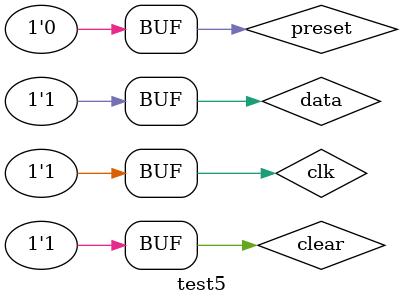
<source format=v>
`timescale 1ns/1ns
module test5 ();
    reg clk = 0;
    reg data = 0;
    reg preset = 1;
    reg clear = 0;
    wire q,qb;
    DFF2 cut(preset,clear,clk,data,q,qb);
    initial begin
        #200 clk = 1;
        #200 clk = 0;
        #200 data = 1;
        #200 preset = 0;
        #200 clear = 1;
        #200 clk = 1;
        #200;
    end
endmodule
</source>
